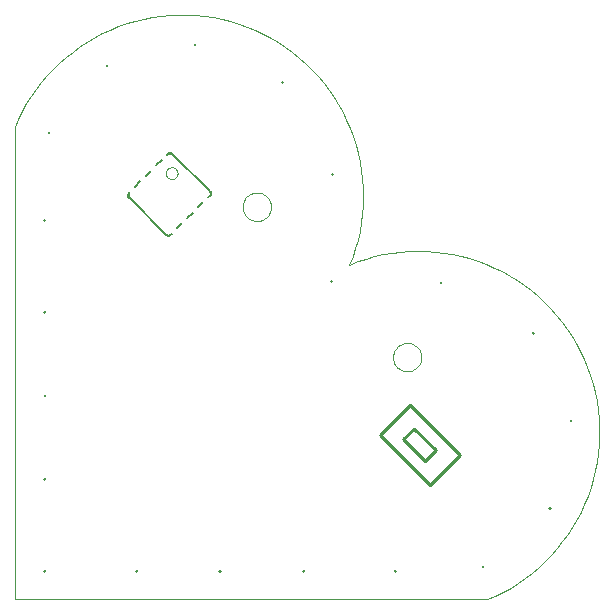
<source format=gto>
G75*
G70*
%OFA0B0*%
%FSLAX24Y24*%
%IPPOS*%
%LPD*%
%AMOC8*
5,1,8,0,0,1.08239X$1,22.5*
%
%ADD10C,0.0000*%
%ADD11R,0.0079X0.0079*%
%ADD12C,0.0100*%
%ADD13C,0.0020*%
%ADD14C,0.0010*%
%ADD15C,0.0060*%
D10*
X009756Y010038D02*
X009756Y025786D01*
X009873Y026053D01*
X010003Y026314D01*
X010146Y026569D01*
X010300Y026816D01*
X010467Y027055D01*
X010645Y027287D01*
X010833Y027509D01*
X011033Y027722D01*
X011242Y027925D01*
X011461Y028117D01*
X011689Y028299D01*
X011925Y028470D01*
X012170Y028629D01*
X012422Y028776D01*
X012680Y028911D01*
X012945Y029033D01*
X013216Y029142D01*
X013491Y029238D01*
X013771Y029320D01*
X014054Y029389D01*
X014340Y029444D01*
X014629Y029485D01*
X014919Y029513D01*
X015211Y029526D01*
X015502Y029525D01*
X015794Y029510D01*
X016084Y029481D01*
X016372Y029438D01*
X016658Y029381D01*
X016941Y029310D01*
X017220Y029226D01*
X017495Y029128D01*
X017765Y029017D01*
X018029Y028893D01*
X018286Y028757D01*
X018537Y028608D01*
X018781Y028448D01*
X019016Y028276D01*
X019243Y028092D01*
X019461Y027898D01*
X019669Y027694D01*
X019866Y027480D01*
X020054Y027256D01*
X020230Y027024D01*
X020395Y026783D01*
X020548Y026535D01*
X020689Y026280D01*
X020817Y026018D01*
X020933Y025750D01*
X021035Y025477D01*
X021125Y025200D01*
X021200Y024918D01*
X021262Y024633D01*
X021310Y024345D01*
X021345Y024056D01*
X021365Y023765D01*
X021371Y023473D01*
X021363Y023182D01*
X021341Y022891D01*
X021305Y022602D01*
X021255Y022314D01*
X021191Y022030D01*
X021113Y021749D01*
X021022Y021472D01*
X020918Y021199D01*
X022368Y018112D02*
X022370Y018155D01*
X022376Y018197D01*
X022386Y018239D01*
X022399Y018280D01*
X022416Y018320D01*
X022437Y018357D01*
X022461Y018393D01*
X022488Y018426D01*
X022518Y018457D01*
X022551Y018485D01*
X022586Y018510D01*
X022623Y018531D01*
X022662Y018549D01*
X022702Y018563D01*
X022744Y018574D01*
X022786Y018581D01*
X022829Y018584D01*
X022872Y018583D01*
X022915Y018578D01*
X022957Y018569D01*
X022998Y018557D01*
X023038Y018541D01*
X023076Y018521D01*
X023112Y018498D01*
X023146Y018471D01*
X023178Y018442D01*
X023206Y018410D01*
X023232Y018375D01*
X023254Y018339D01*
X023273Y018300D01*
X023288Y018260D01*
X023300Y018219D01*
X023308Y018176D01*
X023312Y018133D01*
X023312Y018091D01*
X023308Y018048D01*
X023300Y018005D01*
X023288Y017964D01*
X023273Y017924D01*
X023254Y017885D01*
X023232Y017849D01*
X023206Y017814D01*
X023178Y017782D01*
X023146Y017753D01*
X023112Y017726D01*
X023076Y017703D01*
X023038Y017683D01*
X022998Y017667D01*
X022957Y017655D01*
X022915Y017646D01*
X022872Y017641D01*
X022829Y017640D01*
X022786Y017643D01*
X022744Y017650D01*
X022702Y017661D01*
X022662Y017675D01*
X022623Y017693D01*
X022586Y017714D01*
X022551Y017739D01*
X022518Y017767D01*
X022488Y017798D01*
X022461Y017831D01*
X022437Y017867D01*
X022416Y017904D01*
X022399Y017944D01*
X022386Y017985D01*
X022376Y018027D01*
X022370Y018069D01*
X022368Y018112D01*
X020918Y021200D02*
X021190Y021304D01*
X021467Y021395D01*
X021748Y021473D01*
X022033Y021537D01*
X022320Y021587D01*
X022609Y021623D01*
X022900Y021645D01*
X023191Y021653D01*
X023483Y021647D01*
X023774Y021627D01*
X024063Y021592D01*
X024351Y021544D01*
X024636Y021482D01*
X024918Y021407D01*
X025195Y021317D01*
X025468Y021215D01*
X025736Y021099D01*
X025998Y020971D01*
X026253Y020830D01*
X026501Y020677D01*
X026742Y020512D01*
X026974Y020336D01*
X027198Y020148D01*
X027412Y019951D01*
X027616Y019743D01*
X027810Y019525D01*
X027994Y019298D01*
X028166Y019063D01*
X028326Y018819D01*
X028475Y018568D01*
X028611Y018311D01*
X028735Y018047D01*
X028846Y017777D01*
X028944Y017502D01*
X029028Y017223D01*
X029099Y016940D01*
X029156Y016654D01*
X029199Y016366D01*
X029228Y016076D01*
X029243Y015784D01*
X029244Y015493D01*
X029231Y015201D01*
X029203Y014911D01*
X029162Y014622D01*
X029107Y014336D01*
X029038Y014053D01*
X028956Y013773D01*
X028860Y013498D01*
X028751Y013227D01*
X028629Y012962D01*
X028494Y012704D01*
X028347Y012452D01*
X028188Y012207D01*
X028017Y011971D01*
X027835Y011743D01*
X027643Y011524D01*
X027440Y011315D01*
X027227Y011115D01*
X027005Y010927D01*
X026773Y010749D01*
X026534Y010582D01*
X026287Y010428D01*
X026032Y010285D01*
X025771Y010155D01*
X025504Y010038D01*
X009756Y010038D01*
X017357Y023123D02*
X017359Y023166D01*
X017365Y023208D01*
X017375Y023250D01*
X017388Y023291D01*
X017405Y023331D01*
X017426Y023368D01*
X017450Y023404D01*
X017477Y023437D01*
X017507Y023468D01*
X017540Y023496D01*
X017575Y023521D01*
X017612Y023542D01*
X017651Y023560D01*
X017691Y023574D01*
X017733Y023585D01*
X017775Y023592D01*
X017818Y023595D01*
X017861Y023594D01*
X017904Y023589D01*
X017946Y023580D01*
X017987Y023568D01*
X018027Y023552D01*
X018065Y023532D01*
X018101Y023509D01*
X018135Y023482D01*
X018167Y023453D01*
X018195Y023421D01*
X018221Y023386D01*
X018243Y023350D01*
X018262Y023311D01*
X018277Y023271D01*
X018289Y023230D01*
X018297Y023187D01*
X018301Y023144D01*
X018301Y023102D01*
X018297Y023059D01*
X018289Y023016D01*
X018277Y022975D01*
X018262Y022935D01*
X018243Y022896D01*
X018221Y022860D01*
X018195Y022825D01*
X018167Y022793D01*
X018135Y022764D01*
X018101Y022737D01*
X018065Y022714D01*
X018027Y022694D01*
X017987Y022678D01*
X017946Y022666D01*
X017904Y022657D01*
X017861Y022652D01*
X017818Y022651D01*
X017775Y022654D01*
X017733Y022661D01*
X017691Y022672D01*
X017651Y022686D01*
X017612Y022704D01*
X017575Y022725D01*
X017540Y022750D01*
X017507Y022778D01*
X017477Y022809D01*
X017450Y022842D01*
X017426Y022878D01*
X017405Y022915D01*
X017388Y022955D01*
X017375Y022996D01*
X017365Y023038D01*
X017359Y023080D01*
X017357Y023123D01*
D11*
G36*
X020308Y024208D02*
X020363Y024263D01*
X020418Y024208D01*
X020363Y024153D01*
X020308Y024208D01*
G37*
G36*
X018637Y027271D02*
X018692Y027326D01*
X018747Y027271D01*
X018692Y027216D01*
X018637Y027271D01*
G37*
G36*
X015714Y028523D02*
X015769Y028578D01*
X015824Y028523D01*
X015769Y028468D01*
X015714Y028523D01*
G37*
G36*
X012791Y027827D02*
X012846Y027882D01*
X012901Y027827D01*
X012846Y027772D01*
X012791Y027827D01*
G37*
G36*
X010843Y025600D02*
X010898Y025655D01*
X010953Y025600D01*
X010898Y025545D01*
X010843Y025600D01*
G37*
G36*
X010703Y022677D02*
X010758Y022732D01*
X010813Y022677D01*
X010758Y022622D01*
X010703Y022677D01*
G37*
G36*
X010703Y019615D02*
X010758Y019670D01*
X010813Y019615D01*
X010758Y019560D01*
X010703Y019615D01*
G37*
G36*
X010703Y016831D02*
X010758Y016886D01*
X010813Y016831D01*
X010758Y016776D01*
X010703Y016831D01*
G37*
G36*
X010703Y014047D02*
X010758Y014102D01*
X010813Y014047D01*
X010758Y013992D01*
X010703Y014047D01*
G37*
G36*
X010703Y010985D02*
X010758Y011040D01*
X010813Y010985D01*
X010758Y010930D01*
X010703Y010985D01*
G37*
G36*
X013766Y010985D02*
X013821Y011040D01*
X013876Y010985D01*
X013821Y010930D01*
X013766Y010985D01*
G37*
G36*
X016550Y010985D02*
X016605Y011040D01*
X016660Y010985D01*
X016605Y010930D01*
X016550Y010985D01*
G37*
G36*
X019333Y010985D02*
X019388Y011040D01*
X019443Y010985D01*
X019388Y010930D01*
X019333Y010985D01*
G37*
G36*
X022396Y010985D02*
X022451Y011040D01*
X022506Y010985D01*
X022451Y010930D01*
X022396Y010985D01*
G37*
G36*
X025319Y011124D02*
X025374Y011179D01*
X025429Y011124D01*
X025374Y011069D01*
X025319Y011124D01*
G37*
G36*
X027546Y013073D02*
X027601Y013128D01*
X027656Y013073D01*
X027601Y013018D01*
X027546Y013073D01*
G37*
G36*
X028242Y015996D02*
X028297Y016051D01*
X028352Y015996D01*
X028297Y015941D01*
X028242Y015996D01*
G37*
G36*
X026989Y018919D02*
X027044Y018974D01*
X027099Y018919D01*
X027044Y018864D01*
X026989Y018919D01*
G37*
G36*
X023927Y020589D02*
X023982Y020644D01*
X024037Y020589D01*
X023982Y020534D01*
X023927Y020589D01*
G37*
G36*
X020362Y020645D02*
X020307Y020590D01*
X020252Y020645D01*
X020307Y020700D01*
X020362Y020645D01*
G37*
D12*
X022924Y016525D02*
X024594Y014854D01*
X023592Y013852D01*
X021922Y015523D01*
X022924Y016525D01*
X023077Y015731D02*
X022715Y015370D01*
X023439Y014646D01*
X023801Y015008D01*
X023077Y015731D01*
D13*
X014794Y024246D02*
X014796Y024273D01*
X014802Y024300D01*
X014811Y024326D01*
X014824Y024350D01*
X014840Y024373D01*
X014859Y024392D01*
X014881Y024409D01*
X014905Y024423D01*
X014930Y024433D01*
X014957Y024440D01*
X014984Y024443D01*
X015012Y024442D01*
X015039Y024437D01*
X015065Y024429D01*
X015089Y024417D01*
X015112Y024401D01*
X015133Y024383D01*
X015150Y024362D01*
X015165Y024338D01*
X015176Y024313D01*
X015184Y024287D01*
X015188Y024260D01*
X015188Y024232D01*
X015184Y024205D01*
X015176Y024179D01*
X015165Y024154D01*
X015150Y024130D01*
X015133Y024109D01*
X015112Y024091D01*
X015090Y024075D01*
X015065Y024063D01*
X015039Y024055D01*
X015012Y024050D01*
X014984Y024049D01*
X014957Y024052D01*
X014930Y024059D01*
X014905Y024069D01*
X014881Y024083D01*
X014859Y024100D01*
X014840Y024119D01*
X014824Y024142D01*
X014811Y024166D01*
X014802Y024192D01*
X014796Y024219D01*
X014794Y024246D01*
D14*
X015017Y024911D02*
X014981Y024876D01*
X014982Y024876D02*
X014970Y024885D01*
X014956Y024891D01*
X014941Y024894D01*
X014927Y024894D01*
X014912Y024891D01*
X014898Y024885D01*
X014886Y024876D01*
X014851Y024911D01*
X014867Y024924D01*
X014885Y024934D01*
X014904Y024940D01*
X014924Y024944D01*
X014944Y024944D01*
X014964Y024940D01*
X014983Y024934D01*
X015001Y024924D01*
X015017Y024911D01*
X015011Y024905D01*
X014996Y024917D01*
X014980Y024925D01*
X014962Y024932D01*
X014943Y024935D01*
X014925Y024935D01*
X014906Y024932D01*
X014888Y024925D01*
X014872Y024917D01*
X014857Y024905D01*
X014863Y024899D01*
X014879Y024910D01*
X014896Y024919D01*
X014915Y024924D01*
X014934Y024926D01*
X014953Y024924D01*
X014972Y024919D01*
X014989Y024910D01*
X015005Y024899D01*
X014998Y024892D01*
X014984Y024903D01*
X014968Y024911D01*
X014951Y024915D01*
X014934Y024917D01*
X014916Y024915D01*
X014900Y024911D01*
X014884Y024903D01*
X014870Y024892D01*
X014876Y024886D01*
X014891Y024897D01*
X014907Y024904D01*
X014925Y024908D01*
X014943Y024908D01*
X014961Y024904D01*
X014977Y024897D01*
X014992Y024886D01*
X014985Y024880D01*
X014972Y024889D01*
X014958Y024895D01*
X014942Y024899D01*
X014926Y024899D01*
X014910Y024895D01*
X014896Y024889D01*
X014882Y024880D01*
X016277Y023485D02*
X016242Y023521D01*
X016242Y023520D02*
X016251Y023532D01*
X016257Y023546D01*
X016260Y023561D01*
X016260Y023575D01*
X016257Y023590D01*
X016251Y023604D01*
X016242Y023616D01*
X016277Y023651D01*
X016290Y023635D01*
X016300Y023617D01*
X016306Y023598D01*
X016310Y023578D01*
X016310Y023558D01*
X016306Y023538D01*
X016300Y023519D01*
X016290Y023501D01*
X016277Y023485D01*
X016271Y023491D01*
X016283Y023506D01*
X016291Y023522D01*
X016298Y023540D01*
X016301Y023559D01*
X016301Y023577D01*
X016298Y023596D01*
X016291Y023614D01*
X016283Y023630D01*
X016271Y023645D01*
X016265Y023639D01*
X016276Y023623D01*
X016285Y023606D01*
X016290Y023587D01*
X016292Y023568D01*
X016290Y023549D01*
X016285Y023530D01*
X016276Y023513D01*
X016265Y023497D01*
X016258Y023504D01*
X016269Y023518D01*
X016277Y023534D01*
X016281Y023550D01*
X016283Y023568D01*
X016281Y023585D01*
X016277Y023602D01*
X016269Y023618D01*
X016258Y023632D01*
X016252Y023626D01*
X016263Y023611D01*
X016270Y023595D01*
X016274Y023577D01*
X016274Y023559D01*
X016270Y023541D01*
X016263Y023525D01*
X016252Y023510D01*
X016246Y023516D01*
X016255Y023530D01*
X016261Y023544D01*
X016265Y023560D01*
X016265Y023576D01*
X016261Y023592D01*
X016255Y023606D01*
X016246Y023619D01*
X013536Y023595D02*
X013571Y023559D01*
X013571Y023560D02*
X013562Y023548D01*
X013556Y023534D01*
X013553Y023519D01*
X013553Y023505D01*
X013556Y023490D01*
X013562Y023476D01*
X013571Y023464D01*
X013536Y023429D01*
X013523Y023445D01*
X013513Y023463D01*
X013507Y023482D01*
X013503Y023502D01*
X013503Y023522D01*
X013507Y023542D01*
X013513Y023561D01*
X013523Y023579D01*
X013536Y023595D01*
X013542Y023589D01*
X013530Y023574D01*
X013522Y023558D01*
X013515Y023540D01*
X013512Y023521D01*
X013512Y023503D01*
X013515Y023484D01*
X013522Y023466D01*
X013530Y023450D01*
X013542Y023435D01*
X013548Y023441D01*
X013537Y023457D01*
X013528Y023474D01*
X013523Y023493D01*
X013521Y023512D01*
X013523Y023531D01*
X013528Y023550D01*
X013537Y023567D01*
X013548Y023583D01*
X013555Y023576D01*
X013544Y023562D01*
X013536Y023546D01*
X013532Y023529D01*
X013530Y023512D01*
X013532Y023494D01*
X013536Y023478D01*
X013544Y023462D01*
X013555Y023448D01*
X013561Y023454D01*
X013550Y023469D01*
X013543Y023485D01*
X013539Y023503D01*
X013539Y023521D01*
X013543Y023539D01*
X013550Y023555D01*
X013561Y023570D01*
X013567Y023563D01*
X013558Y023550D01*
X013552Y023536D01*
X013548Y023520D01*
X013548Y023504D01*
X013552Y023488D01*
X013558Y023474D01*
X013567Y023460D01*
D15*
X013556Y023443D02*
X014809Y022190D01*
X014810Y022191D02*
X014825Y022179D01*
X014841Y022169D01*
X014860Y022164D01*
X014879Y022162D01*
X014898Y022164D01*
X014916Y022169D01*
X014933Y022179D01*
X014948Y022191D01*
X014945Y022187D02*
X014987Y022229D01*
X015160Y022402D02*
X015338Y022580D01*
X015513Y022755D02*
X015691Y022933D01*
X015867Y023109D02*
X016045Y023287D01*
X016218Y023459D02*
X016254Y023496D01*
X016257Y023638D02*
X015007Y024888D01*
X014862Y024888D02*
X014826Y024851D01*
X014653Y024679D02*
X014475Y024501D01*
X014302Y024328D02*
X014121Y024147D01*
X013949Y023974D02*
X013768Y023794D01*
X013598Y023624D02*
X013562Y023588D01*
M02*

</source>
